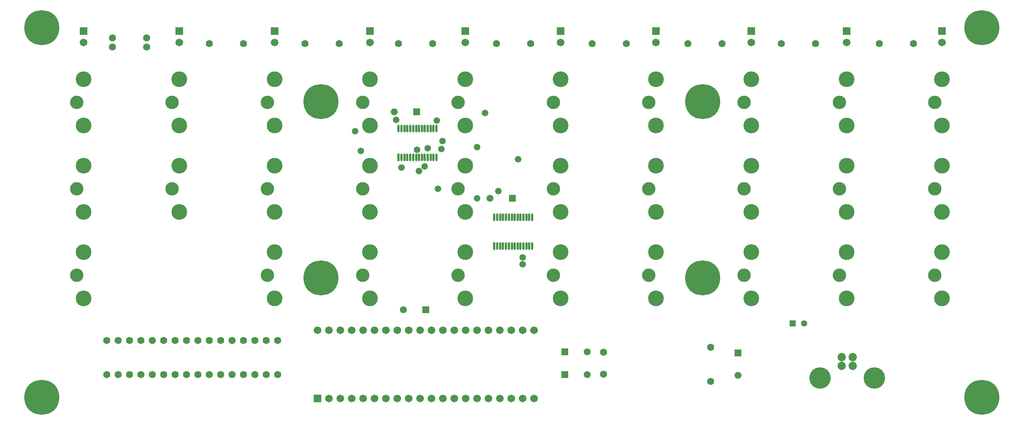
<source format=gts>
%FSLAX23Y23*%
%MOIN*%
G70*
G01*
G75*
%ADD10R,0.012X0.059*%
%ADD11O,0.012X0.059*%
%ADD12C,0.010*%
%ADD13C,0.300*%
%ADD14C,0.055*%
%ADD15C,0.180*%
%ADD16C,0.065*%
%ADD17C,0.059*%
%ADD18R,0.059X0.059*%
%ADD19C,0.053*%
%ADD20R,0.053X0.053*%
%ADD21R,0.047X0.047*%
%ADD22C,0.047*%
%ADD23C,0.059*%
%ADD24R,0.059X0.059*%
%ADD25C,0.110*%
%ADD26C,0.130*%
%ADD27C,0.050*%
%ADD28C,0.008*%
%ADD29C,0.006*%
%ADD30R,0.020X0.067*%
%ADD31O,0.020X0.067*%
%ADD32C,0.308*%
%ADD33C,0.063*%
%ADD34C,0.188*%
%ADD35C,0.073*%
%ADD36C,0.067*%
%ADD37R,0.067X0.067*%
%ADD38C,0.061*%
%ADD39R,0.061X0.061*%
%ADD40R,0.055X0.055*%
%ADD41C,0.055*%
%ADD42C,0.067*%
%ADD43R,0.067X0.067*%
%ADD44C,0.118*%
%ADD45C,0.138*%
%ADD46C,0.058*%
D30*
X4220Y1580D02*
D03*
X3380Y2360D02*
D03*
D31*
X4246Y1580D02*
D03*
X4271D02*
D03*
X4297D02*
D03*
X4322D02*
D03*
X4348D02*
D03*
X4374D02*
D03*
X4399D02*
D03*
X4425D02*
D03*
X4450D02*
D03*
X4476D02*
D03*
X4501D02*
D03*
X4527D02*
D03*
X4553D02*
D03*
X4220Y1833D02*
D03*
X4246D02*
D03*
X4271D02*
D03*
X4297D02*
D03*
X4322D02*
D03*
X4348D02*
D03*
X4374D02*
D03*
X4399D02*
D03*
X4425D02*
D03*
X4450D02*
D03*
X4476D02*
D03*
X4501D02*
D03*
X4527D02*
D03*
X4553D02*
D03*
X3713Y2613D02*
D03*
X3687D02*
D03*
X3661D02*
D03*
X3636D02*
D03*
X3610D02*
D03*
X3585D02*
D03*
X3559D02*
D03*
X3534D02*
D03*
X3508D02*
D03*
X3482D02*
D03*
X3457D02*
D03*
X3431D02*
D03*
X3406D02*
D03*
X3380D02*
D03*
X3713Y2360D02*
D03*
X3687D02*
D03*
X3661D02*
D03*
X3636D02*
D03*
X3610D02*
D03*
X3585D02*
D03*
X3559D02*
D03*
X3534D02*
D03*
X3508D02*
D03*
X3482D02*
D03*
X3457D02*
D03*
X3431D02*
D03*
X3406D02*
D03*
D32*
X250Y250D02*
D03*
X2700Y1300D02*
D03*
Y2850D02*
D03*
X250Y3500D02*
D03*
X8500Y250D02*
D03*
X6050Y1300D02*
D03*
Y2850D02*
D03*
X8500Y3500D02*
D03*
D33*
X820Y750D02*
D03*
Y450D02*
D03*
X920Y750D02*
D03*
Y450D02*
D03*
X1020Y750D02*
D03*
Y450D02*
D03*
X1120Y750D02*
D03*
Y450D02*
D03*
X1220Y750D02*
D03*
Y450D02*
D03*
X1320Y750D02*
D03*
Y450D02*
D03*
X1420Y750D02*
D03*
Y450D02*
D03*
X1520Y750D02*
D03*
Y450D02*
D03*
X2320D02*
D03*
Y750D02*
D03*
X2220Y450D02*
D03*
Y750D02*
D03*
X2120Y450D02*
D03*
Y750D02*
D03*
X2020Y450D02*
D03*
Y750D02*
D03*
X1920Y450D02*
D03*
Y750D02*
D03*
X1820Y450D02*
D03*
Y750D02*
D03*
X1720Y450D02*
D03*
Y750D02*
D03*
X1620Y450D02*
D03*
Y750D02*
D03*
X6120Y390D02*
D03*
Y690D02*
D03*
X5180Y454D02*
D03*
Y646D02*
D03*
X7900Y3360D02*
D03*
X7600D02*
D03*
X7040D02*
D03*
X6740D02*
D03*
X6220D02*
D03*
X5920D02*
D03*
X5380D02*
D03*
X5080D02*
D03*
X4540D02*
D03*
X4240D02*
D03*
X3680D02*
D03*
X3380D02*
D03*
X2860D02*
D03*
X2560D02*
D03*
X2020D02*
D03*
X1720D02*
D03*
X1170Y3330D02*
D03*
X870D02*
D03*
X1170Y3410D02*
D03*
X870D02*
D03*
D34*
X7080Y420D02*
D03*
X7554D02*
D03*
D35*
X7268Y527D02*
D03*
Y605D02*
D03*
X7366D02*
D03*
X7366Y527D02*
D03*
D36*
X4570Y840D02*
D03*
X4470D02*
D03*
X4370D02*
D03*
X4270D02*
D03*
X4170D02*
D03*
X4070D02*
D03*
X3970D02*
D03*
X3870D02*
D03*
X3770D02*
D03*
X3670D02*
D03*
X3570D02*
D03*
X3470D02*
D03*
X3370D02*
D03*
X3270D02*
D03*
X3170D02*
D03*
X3070D02*
D03*
X2970D02*
D03*
X2870D02*
D03*
X2770D02*
D03*
X2670D02*
D03*
X4570Y240D02*
D03*
X4470D02*
D03*
X4370D02*
D03*
X4270D02*
D03*
X4170D02*
D03*
X4070D02*
D03*
X3970D02*
D03*
X3870D02*
D03*
X3770D02*
D03*
X3670D02*
D03*
X3570D02*
D03*
X3470D02*
D03*
X3370D02*
D03*
X3270D02*
D03*
X3170D02*
D03*
X3070D02*
D03*
X2970D02*
D03*
X2870D02*
D03*
X2770D02*
D03*
D37*
X2670D02*
D03*
D38*
X3423Y1020D02*
D03*
X4183Y2000D02*
D03*
X3343Y2760D02*
D03*
X6360Y443D02*
D03*
X5037Y450D02*
D03*
Y650D02*
D03*
D39*
X3620Y1020D02*
D03*
X4380Y2000D02*
D03*
X3540Y2760D02*
D03*
X6360Y640D02*
D03*
X4840Y450D02*
D03*
Y650D02*
D03*
D40*
X6840Y900D02*
D03*
D41*
X6940D02*
D03*
D42*
X8150Y3370D02*
D03*
X7313D02*
D03*
X6476D02*
D03*
X5639D02*
D03*
X4802D02*
D03*
X3965D02*
D03*
X3128D02*
D03*
X2291D02*
D03*
X1454D02*
D03*
X617D02*
D03*
D43*
X8150Y3470D02*
D03*
X7313D02*
D03*
X6476D02*
D03*
X5639D02*
D03*
X4802D02*
D03*
X3965D02*
D03*
X3128D02*
D03*
X2291D02*
D03*
X1454D02*
D03*
X617D02*
D03*
D44*
X2228Y2843D02*
D03*
X3065D02*
D03*
X3902D02*
D03*
X4739D02*
D03*
X5576D02*
D03*
X6413D02*
D03*
X7250D02*
D03*
X8087D02*
D03*
X2228Y1323D02*
D03*
X3065D02*
D03*
X3902D02*
D03*
X4739D02*
D03*
X5576D02*
D03*
X6413D02*
D03*
X7250D02*
D03*
X8087D02*
D03*
X554Y2843D02*
D03*
X2228Y2083D02*
D03*
X3065D02*
D03*
X3902D02*
D03*
X4739D02*
D03*
X5576D02*
D03*
X6413D02*
D03*
X7250D02*
D03*
X8087D02*
D03*
X554D02*
D03*
Y1323D02*
D03*
X1391Y2843D02*
D03*
Y2083D02*
D03*
D45*
X2291Y2640D02*
D03*
Y3046D02*
D03*
X3128Y2640D02*
D03*
Y3046D02*
D03*
X3965Y2640D02*
D03*
Y3046D02*
D03*
X4802Y2640D02*
D03*
Y3046D02*
D03*
X5639Y2640D02*
D03*
Y3046D02*
D03*
X6476Y2640D02*
D03*
Y3046D02*
D03*
X7313Y2640D02*
D03*
Y3046D02*
D03*
X8150Y2640D02*
D03*
Y3046D02*
D03*
X2291Y1120D02*
D03*
Y1526D02*
D03*
X3128Y1120D02*
D03*
Y1526D02*
D03*
X3965Y1120D02*
D03*
Y1526D02*
D03*
X4802Y1120D02*
D03*
Y1526D02*
D03*
X5639Y1120D02*
D03*
Y1526D02*
D03*
X6476Y1120D02*
D03*
Y1526D02*
D03*
X7313Y1120D02*
D03*
Y1526D02*
D03*
X8150Y1120D02*
D03*
Y1526D02*
D03*
X617Y3046D02*
D03*
Y2640D02*
D03*
X2291Y1880D02*
D03*
Y2286D02*
D03*
X3128Y1880D02*
D03*
Y2286D02*
D03*
X3965Y1880D02*
D03*
Y2286D02*
D03*
X4802Y1880D02*
D03*
Y2286D02*
D03*
X5639Y1880D02*
D03*
Y2286D02*
D03*
X6476Y1880D02*
D03*
Y2286D02*
D03*
X7313Y1880D02*
D03*
Y2286D02*
D03*
X8150Y1880D02*
D03*
Y2286D02*
D03*
X617Y1880D02*
D03*
Y2286D02*
D03*
Y1120D02*
D03*
Y1526D02*
D03*
X1454Y2640D02*
D03*
Y3046D02*
D03*
Y1880D02*
D03*
Y2286D02*
D03*
D46*
X4429Y2343D02*
D03*
X3542Y2426D02*
D03*
X3610Y2280D02*
D03*
X3559Y2240D02*
D03*
X3636Y2442D02*
D03*
X4470Y1480D02*
D03*
Y1420D02*
D03*
X2999Y2590D02*
D03*
X3757Y2435D02*
D03*
X3727Y2083D02*
D03*
X3716Y2683D02*
D03*
X4139Y2750D02*
D03*
X4256Y2064D02*
D03*
X3404Y2269D02*
D03*
X4070Y2452D02*
D03*
Y2000D02*
D03*
X3767Y2505D02*
D03*
X3048Y2416D02*
D03*
X3360Y2692D02*
D03*
M02*

</source>
